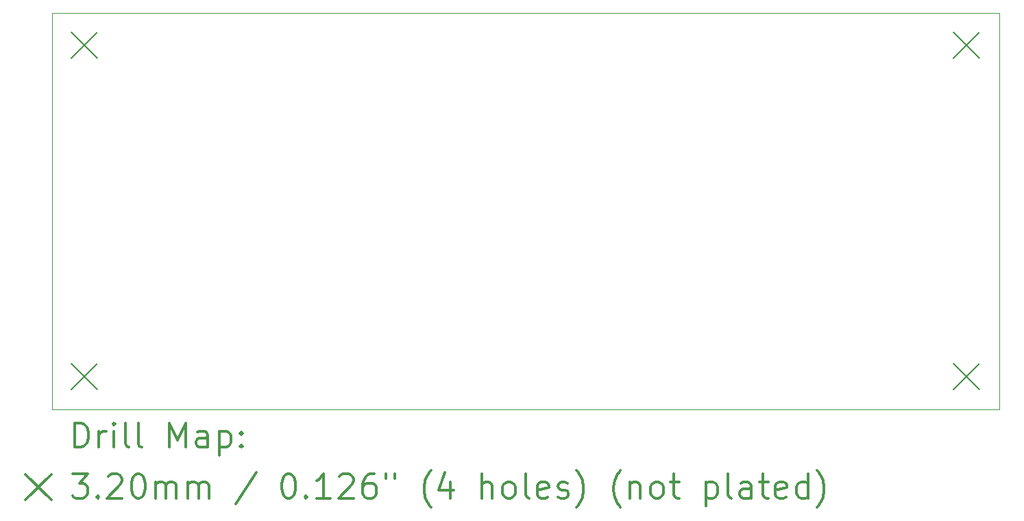
<source format=gbr>
%FSLAX45Y45*%
G04 Gerber Fmt 4.5, Leading zero omitted, Abs format (unit mm)*
G04 Created by KiCad (PCBNEW 5.1.8-5.1.8) date 2021-12-06 17:43:24*
%MOMM*%
%LPD*%
G01*
G04 APERTURE LIST*
%TA.AperFunction,Profile*%
%ADD10C,0.100000*%
%TD*%
%ADD11C,0.200000*%
%ADD12C,0.300000*%
G04 APERTURE END LIST*
D10*
X20742400Y-7749200D02*
X20742400Y-12649200D01*
X9042400Y-7749200D02*
X20742400Y-7749200D01*
X9042400Y-12649200D02*
X9042400Y-7749200D01*
X20742400Y-12649200D02*
X9042400Y-12649200D01*
D11*
X20182400Y-7989200D02*
X20502400Y-8309200D01*
X20502400Y-7989200D02*
X20182400Y-8309200D01*
X20182400Y-12089200D02*
X20502400Y-12409200D01*
X20502400Y-12089200D02*
X20182400Y-12409200D01*
X9282400Y-7989200D02*
X9602400Y-8309200D01*
X9602400Y-7989200D02*
X9282400Y-8309200D01*
X9282400Y-12089200D02*
X9602400Y-12409200D01*
X9602400Y-12089200D02*
X9282400Y-12409200D01*
D12*
X9323828Y-13119914D02*
X9323828Y-12819914D01*
X9395257Y-12819914D01*
X9438114Y-12834200D01*
X9466686Y-12862771D01*
X9480971Y-12891343D01*
X9495257Y-12948486D01*
X9495257Y-12991343D01*
X9480971Y-13048486D01*
X9466686Y-13077057D01*
X9438114Y-13105629D01*
X9395257Y-13119914D01*
X9323828Y-13119914D01*
X9623828Y-13119914D02*
X9623828Y-12919914D01*
X9623828Y-12977057D02*
X9638114Y-12948486D01*
X9652400Y-12934200D01*
X9680971Y-12919914D01*
X9709543Y-12919914D01*
X9809543Y-13119914D02*
X9809543Y-12919914D01*
X9809543Y-12819914D02*
X9795257Y-12834200D01*
X9809543Y-12848486D01*
X9823828Y-12834200D01*
X9809543Y-12819914D01*
X9809543Y-12848486D01*
X9995257Y-13119914D02*
X9966686Y-13105629D01*
X9952400Y-13077057D01*
X9952400Y-12819914D01*
X10152400Y-13119914D02*
X10123828Y-13105629D01*
X10109543Y-13077057D01*
X10109543Y-12819914D01*
X10495257Y-13119914D02*
X10495257Y-12819914D01*
X10595257Y-13034200D01*
X10695257Y-12819914D01*
X10695257Y-13119914D01*
X10966686Y-13119914D02*
X10966686Y-12962771D01*
X10952400Y-12934200D01*
X10923828Y-12919914D01*
X10866686Y-12919914D01*
X10838114Y-12934200D01*
X10966686Y-13105629D02*
X10938114Y-13119914D01*
X10866686Y-13119914D01*
X10838114Y-13105629D01*
X10823828Y-13077057D01*
X10823828Y-13048486D01*
X10838114Y-13019914D01*
X10866686Y-13005629D01*
X10938114Y-13005629D01*
X10966686Y-12991343D01*
X11109543Y-12919914D02*
X11109543Y-13219914D01*
X11109543Y-12934200D02*
X11138114Y-12919914D01*
X11195257Y-12919914D01*
X11223828Y-12934200D01*
X11238114Y-12948486D01*
X11252400Y-12977057D01*
X11252400Y-13062771D01*
X11238114Y-13091343D01*
X11223828Y-13105629D01*
X11195257Y-13119914D01*
X11138114Y-13119914D01*
X11109543Y-13105629D01*
X11380971Y-13091343D02*
X11395257Y-13105629D01*
X11380971Y-13119914D01*
X11366686Y-13105629D01*
X11380971Y-13091343D01*
X11380971Y-13119914D01*
X11380971Y-12934200D02*
X11395257Y-12948486D01*
X11380971Y-12962771D01*
X11366686Y-12948486D01*
X11380971Y-12934200D01*
X11380971Y-12962771D01*
X8717400Y-13454200D02*
X9037400Y-13774200D01*
X9037400Y-13454200D02*
X8717400Y-13774200D01*
X9295257Y-13449914D02*
X9480971Y-13449914D01*
X9380971Y-13564200D01*
X9423828Y-13564200D01*
X9452400Y-13578486D01*
X9466686Y-13592771D01*
X9480971Y-13621343D01*
X9480971Y-13692771D01*
X9466686Y-13721343D01*
X9452400Y-13735629D01*
X9423828Y-13749914D01*
X9338114Y-13749914D01*
X9309543Y-13735629D01*
X9295257Y-13721343D01*
X9609543Y-13721343D02*
X9623828Y-13735629D01*
X9609543Y-13749914D01*
X9595257Y-13735629D01*
X9609543Y-13721343D01*
X9609543Y-13749914D01*
X9738114Y-13478486D02*
X9752400Y-13464200D01*
X9780971Y-13449914D01*
X9852400Y-13449914D01*
X9880971Y-13464200D01*
X9895257Y-13478486D01*
X9909543Y-13507057D01*
X9909543Y-13535629D01*
X9895257Y-13578486D01*
X9723828Y-13749914D01*
X9909543Y-13749914D01*
X10095257Y-13449914D02*
X10123828Y-13449914D01*
X10152400Y-13464200D01*
X10166686Y-13478486D01*
X10180971Y-13507057D01*
X10195257Y-13564200D01*
X10195257Y-13635629D01*
X10180971Y-13692771D01*
X10166686Y-13721343D01*
X10152400Y-13735629D01*
X10123828Y-13749914D01*
X10095257Y-13749914D01*
X10066686Y-13735629D01*
X10052400Y-13721343D01*
X10038114Y-13692771D01*
X10023828Y-13635629D01*
X10023828Y-13564200D01*
X10038114Y-13507057D01*
X10052400Y-13478486D01*
X10066686Y-13464200D01*
X10095257Y-13449914D01*
X10323828Y-13749914D02*
X10323828Y-13549914D01*
X10323828Y-13578486D02*
X10338114Y-13564200D01*
X10366686Y-13549914D01*
X10409543Y-13549914D01*
X10438114Y-13564200D01*
X10452400Y-13592771D01*
X10452400Y-13749914D01*
X10452400Y-13592771D02*
X10466686Y-13564200D01*
X10495257Y-13549914D01*
X10538114Y-13549914D01*
X10566686Y-13564200D01*
X10580971Y-13592771D01*
X10580971Y-13749914D01*
X10723828Y-13749914D02*
X10723828Y-13549914D01*
X10723828Y-13578486D02*
X10738114Y-13564200D01*
X10766686Y-13549914D01*
X10809543Y-13549914D01*
X10838114Y-13564200D01*
X10852400Y-13592771D01*
X10852400Y-13749914D01*
X10852400Y-13592771D02*
X10866686Y-13564200D01*
X10895257Y-13549914D01*
X10938114Y-13549914D01*
X10966686Y-13564200D01*
X10980971Y-13592771D01*
X10980971Y-13749914D01*
X11566686Y-13435629D02*
X11309543Y-13821343D01*
X11952400Y-13449914D02*
X11980971Y-13449914D01*
X12009543Y-13464200D01*
X12023828Y-13478486D01*
X12038114Y-13507057D01*
X12052400Y-13564200D01*
X12052400Y-13635629D01*
X12038114Y-13692771D01*
X12023828Y-13721343D01*
X12009543Y-13735629D01*
X11980971Y-13749914D01*
X11952400Y-13749914D01*
X11923828Y-13735629D01*
X11909543Y-13721343D01*
X11895257Y-13692771D01*
X11880971Y-13635629D01*
X11880971Y-13564200D01*
X11895257Y-13507057D01*
X11909543Y-13478486D01*
X11923828Y-13464200D01*
X11952400Y-13449914D01*
X12180971Y-13721343D02*
X12195257Y-13735629D01*
X12180971Y-13749914D01*
X12166686Y-13735629D01*
X12180971Y-13721343D01*
X12180971Y-13749914D01*
X12480971Y-13749914D02*
X12309543Y-13749914D01*
X12395257Y-13749914D02*
X12395257Y-13449914D01*
X12366686Y-13492771D01*
X12338114Y-13521343D01*
X12309543Y-13535629D01*
X12595257Y-13478486D02*
X12609543Y-13464200D01*
X12638114Y-13449914D01*
X12709543Y-13449914D01*
X12738114Y-13464200D01*
X12752400Y-13478486D01*
X12766686Y-13507057D01*
X12766686Y-13535629D01*
X12752400Y-13578486D01*
X12580971Y-13749914D01*
X12766686Y-13749914D01*
X13023828Y-13449914D02*
X12966686Y-13449914D01*
X12938114Y-13464200D01*
X12923828Y-13478486D01*
X12895257Y-13521343D01*
X12880971Y-13578486D01*
X12880971Y-13692771D01*
X12895257Y-13721343D01*
X12909543Y-13735629D01*
X12938114Y-13749914D01*
X12995257Y-13749914D01*
X13023828Y-13735629D01*
X13038114Y-13721343D01*
X13052400Y-13692771D01*
X13052400Y-13621343D01*
X13038114Y-13592771D01*
X13023828Y-13578486D01*
X12995257Y-13564200D01*
X12938114Y-13564200D01*
X12909543Y-13578486D01*
X12895257Y-13592771D01*
X12880971Y-13621343D01*
X13166686Y-13449914D02*
X13166686Y-13507057D01*
X13280971Y-13449914D02*
X13280971Y-13507057D01*
X13723828Y-13864200D02*
X13709543Y-13849914D01*
X13680971Y-13807057D01*
X13666686Y-13778486D01*
X13652400Y-13735629D01*
X13638114Y-13664200D01*
X13638114Y-13607057D01*
X13652400Y-13535629D01*
X13666686Y-13492771D01*
X13680971Y-13464200D01*
X13709543Y-13421343D01*
X13723828Y-13407057D01*
X13966686Y-13549914D02*
X13966686Y-13749914D01*
X13895257Y-13435629D02*
X13823828Y-13649914D01*
X14009543Y-13649914D01*
X14352400Y-13749914D02*
X14352400Y-13449914D01*
X14480971Y-13749914D02*
X14480971Y-13592771D01*
X14466686Y-13564200D01*
X14438114Y-13549914D01*
X14395257Y-13549914D01*
X14366686Y-13564200D01*
X14352400Y-13578486D01*
X14666686Y-13749914D02*
X14638114Y-13735629D01*
X14623828Y-13721343D01*
X14609543Y-13692771D01*
X14609543Y-13607057D01*
X14623828Y-13578486D01*
X14638114Y-13564200D01*
X14666686Y-13549914D01*
X14709543Y-13549914D01*
X14738114Y-13564200D01*
X14752400Y-13578486D01*
X14766686Y-13607057D01*
X14766686Y-13692771D01*
X14752400Y-13721343D01*
X14738114Y-13735629D01*
X14709543Y-13749914D01*
X14666686Y-13749914D01*
X14938114Y-13749914D02*
X14909543Y-13735629D01*
X14895257Y-13707057D01*
X14895257Y-13449914D01*
X15166686Y-13735629D02*
X15138114Y-13749914D01*
X15080971Y-13749914D01*
X15052400Y-13735629D01*
X15038114Y-13707057D01*
X15038114Y-13592771D01*
X15052400Y-13564200D01*
X15080971Y-13549914D01*
X15138114Y-13549914D01*
X15166686Y-13564200D01*
X15180971Y-13592771D01*
X15180971Y-13621343D01*
X15038114Y-13649914D01*
X15295257Y-13735629D02*
X15323828Y-13749914D01*
X15380971Y-13749914D01*
X15409543Y-13735629D01*
X15423828Y-13707057D01*
X15423828Y-13692771D01*
X15409543Y-13664200D01*
X15380971Y-13649914D01*
X15338114Y-13649914D01*
X15309543Y-13635629D01*
X15295257Y-13607057D01*
X15295257Y-13592771D01*
X15309543Y-13564200D01*
X15338114Y-13549914D01*
X15380971Y-13549914D01*
X15409543Y-13564200D01*
X15523828Y-13864200D02*
X15538114Y-13849914D01*
X15566686Y-13807057D01*
X15580971Y-13778486D01*
X15595257Y-13735629D01*
X15609543Y-13664200D01*
X15609543Y-13607057D01*
X15595257Y-13535629D01*
X15580971Y-13492771D01*
X15566686Y-13464200D01*
X15538114Y-13421343D01*
X15523828Y-13407057D01*
X16066686Y-13864200D02*
X16052400Y-13849914D01*
X16023828Y-13807057D01*
X16009543Y-13778486D01*
X15995257Y-13735629D01*
X15980971Y-13664200D01*
X15980971Y-13607057D01*
X15995257Y-13535629D01*
X16009543Y-13492771D01*
X16023828Y-13464200D01*
X16052400Y-13421343D01*
X16066686Y-13407057D01*
X16180971Y-13549914D02*
X16180971Y-13749914D01*
X16180971Y-13578486D02*
X16195257Y-13564200D01*
X16223828Y-13549914D01*
X16266686Y-13549914D01*
X16295257Y-13564200D01*
X16309543Y-13592771D01*
X16309543Y-13749914D01*
X16495257Y-13749914D02*
X16466686Y-13735629D01*
X16452400Y-13721343D01*
X16438114Y-13692771D01*
X16438114Y-13607057D01*
X16452400Y-13578486D01*
X16466686Y-13564200D01*
X16495257Y-13549914D01*
X16538114Y-13549914D01*
X16566686Y-13564200D01*
X16580971Y-13578486D01*
X16595257Y-13607057D01*
X16595257Y-13692771D01*
X16580971Y-13721343D01*
X16566686Y-13735629D01*
X16538114Y-13749914D01*
X16495257Y-13749914D01*
X16680971Y-13549914D02*
X16795257Y-13549914D01*
X16723828Y-13449914D02*
X16723828Y-13707057D01*
X16738114Y-13735629D01*
X16766686Y-13749914D01*
X16795257Y-13749914D01*
X17123828Y-13549914D02*
X17123828Y-13849914D01*
X17123828Y-13564200D02*
X17152400Y-13549914D01*
X17209543Y-13549914D01*
X17238114Y-13564200D01*
X17252400Y-13578486D01*
X17266686Y-13607057D01*
X17266686Y-13692771D01*
X17252400Y-13721343D01*
X17238114Y-13735629D01*
X17209543Y-13749914D01*
X17152400Y-13749914D01*
X17123828Y-13735629D01*
X17438114Y-13749914D02*
X17409543Y-13735629D01*
X17395257Y-13707057D01*
X17395257Y-13449914D01*
X17680971Y-13749914D02*
X17680971Y-13592771D01*
X17666686Y-13564200D01*
X17638114Y-13549914D01*
X17580971Y-13549914D01*
X17552400Y-13564200D01*
X17680971Y-13735629D02*
X17652400Y-13749914D01*
X17580971Y-13749914D01*
X17552400Y-13735629D01*
X17538114Y-13707057D01*
X17538114Y-13678486D01*
X17552400Y-13649914D01*
X17580971Y-13635629D01*
X17652400Y-13635629D01*
X17680971Y-13621343D01*
X17780971Y-13549914D02*
X17895257Y-13549914D01*
X17823828Y-13449914D02*
X17823828Y-13707057D01*
X17838114Y-13735629D01*
X17866686Y-13749914D01*
X17895257Y-13749914D01*
X18109543Y-13735629D02*
X18080971Y-13749914D01*
X18023828Y-13749914D01*
X17995257Y-13735629D01*
X17980971Y-13707057D01*
X17980971Y-13592771D01*
X17995257Y-13564200D01*
X18023828Y-13549914D01*
X18080971Y-13549914D01*
X18109543Y-13564200D01*
X18123828Y-13592771D01*
X18123828Y-13621343D01*
X17980971Y-13649914D01*
X18380971Y-13749914D02*
X18380971Y-13449914D01*
X18380971Y-13735629D02*
X18352400Y-13749914D01*
X18295257Y-13749914D01*
X18266686Y-13735629D01*
X18252400Y-13721343D01*
X18238114Y-13692771D01*
X18238114Y-13607057D01*
X18252400Y-13578486D01*
X18266686Y-13564200D01*
X18295257Y-13549914D01*
X18352400Y-13549914D01*
X18380971Y-13564200D01*
X18495257Y-13864200D02*
X18509543Y-13849914D01*
X18538114Y-13807057D01*
X18552400Y-13778486D01*
X18566686Y-13735629D01*
X18580971Y-13664200D01*
X18580971Y-13607057D01*
X18566686Y-13535629D01*
X18552400Y-13492771D01*
X18538114Y-13464200D01*
X18509543Y-13421343D01*
X18495257Y-13407057D01*
M02*

</source>
